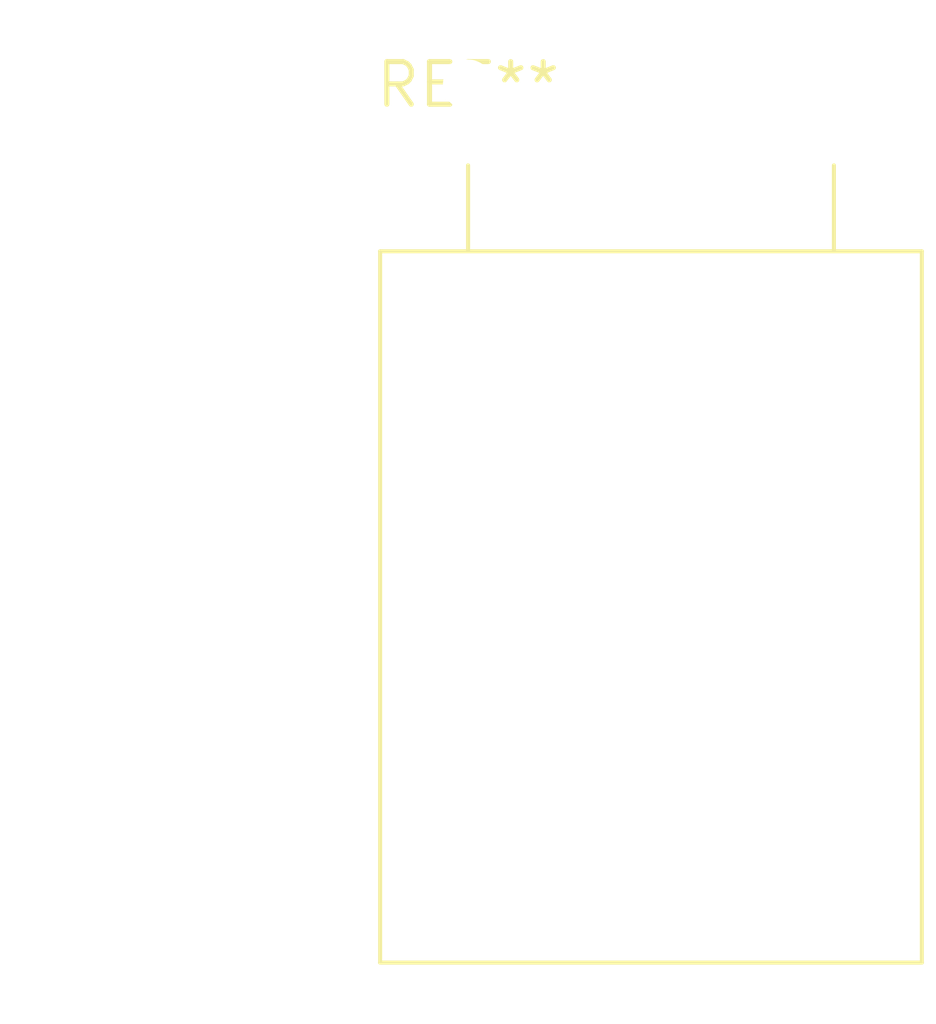
<source format=kicad_pcb>
(kicad_pcb (version 20240108) (generator pcbnew)
  (layers (0 "F.Cu" signal) (31 "B.Cu" signal) (34 "B.Paste" user) (35 "F.Paste" user) (36 "B.SilkS" user "B.Silkscreen") (37 "F.SilkS" user "F.Silkscreen") (38 "B.Mask" user) (39 "F.Mask" user) (44 "Edge.Cuts" user))
  (net 0 "")
  (footprint "TO-247-2_Horizontal_TabUp" (layer "F.Cu") (at 0 0)
    (property "Reference" "REF**")
    (property "Value" "TO-247-2_Horizontal_TabUp")
    (fp_line (start -2.62 4.96) (end -2.62 26.15) (layer "F.SilkS") (stroke (width 0.12)))
    (fp_line (start -2.62 4.96) (end 13.52 4.96) (layer "F.SilkS") (stroke (width 0.12)))
    (fp_line (start -2.62 26.15) (end 13.52 26.15) (layer "F.SilkS") (stroke (width 0.12)))
    (fp_line (start 0 2.4) (end 0 4.96) (layer "F.SilkS") (stroke (width 0.12)))
    (fp_line (start 10.9 2.4) (end 10.9 4.96) (layer "F.SilkS") (stroke (width 0.12)))
    (fp_line (start 13.52 4.96) (end 13.52 26.15) (layer "F.SilkS") (stroke (width 0.12)))
    (pad "" np_thru_hole oval (at 5.45 19.86) (size 3.6 3.6) (drill 3.6) (layers *.Cu *.Mask))
    (pad "1" thru_hole rect (at 0 0) (size 2.5 4.5) (drill 1.5) (layers *.Cu *.Mask) (remove_unused_layers))
    (pad "2" thru_hole oval (at 10.9 0) (size 2.5 4.5) (drill 1.5) (layers *.Cu *.Mask) (remove_unused_layers))
  )
)
</source>
